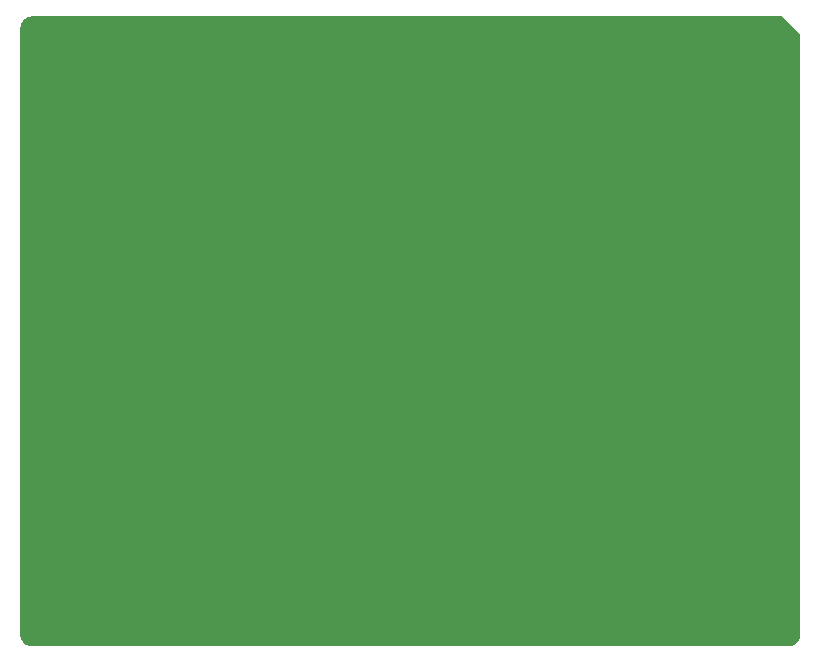
<source format=gbr>
G04 DipTrace 2.4.0.2*
%INBoard.gbr*%
%MOIN*%
%ADD11C,0.0055*%
%FSLAX44Y44*%
G04*
G70*
G90*
G75*
G01*
%LNBoardPoly*%
%LPD*%
G36*
X3940Y24546D2*
D11*
X3942Y24588D1*
X3949Y24628D1*
X3959Y24668D1*
X3974Y24707D1*
X3993Y24743D1*
X4015Y24778D1*
X4041Y24810D1*
X4070Y24839D1*
X4102Y24865D1*
X4137Y24887D1*
X4174Y24906D1*
X4212Y24921D1*
X4252Y24932D1*
X4293Y24938D1*
X4334Y24940D1*
X29340D1*
X29940Y24340D1*
Y19840D1*
Y18940D1*
Y4940D1*
Y4334D1*
X29938Y4293D1*
X29932Y4252D1*
X29921Y4212D1*
X29906Y4174D1*
X29887Y4137D1*
X29865Y4102D1*
X29839Y4070D1*
X29810Y4041D1*
X29778Y4015D1*
X29743Y3993D1*
X29707Y3974D1*
X29668Y3959D1*
X29628Y3949D1*
X29588Y3942D1*
X29546Y3940D1*
X4334D1*
X4293Y3942D1*
X4252Y3949D1*
X4212Y3959D1*
X4174Y3974D1*
X4137Y3993D1*
X4102Y4015D1*
X4070Y4041D1*
X4041Y4070D1*
X4015Y4102D1*
X3993Y4137D1*
X3974Y4174D1*
X3959Y4212D1*
X3949Y4252D1*
X3942Y4293D1*
X3940Y4334D1*
Y24546D1*
G37*
M02*

</source>
